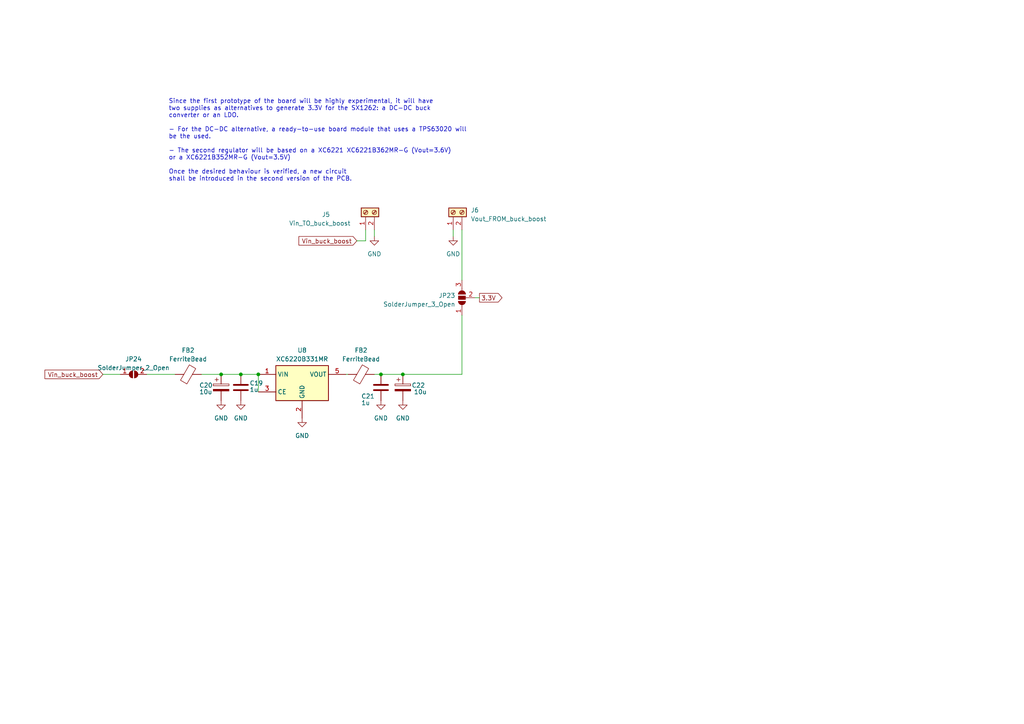
<source format=kicad_sch>
(kicad_sch (version 20230121) (generator eeschema)
  (paper "A4")
  (title_block (title "[DC-DC] Buck-boost converter for the main load") (comment 1 "has been found. It is for this reason that it's been decided to use a TPS63020") (comment 2 "As of Feb, 2024; no buck-boost converter that features a start-up voltage less than 1.8V ") (comment 3 "output of the load switch.") (comment 4 "This part of the board contains the buck-boost converter that will be connected at the"))
  (lib_symbols
    (symbol "Connector:Screw_Terminal_01x02" (pin_names (offset 1.016) hide)
      (property "Reference" "J" (at 0 2.54 0))
      (property "Value" "Screw_Terminal_01x02" (at 0 -5.08 0))
      (symbol "Screw_Terminal_01x02_1_1"
        (rectangle (start -1.27 1.27) (end 1.27 -3.81) (stroke (width 0.254)) (fill (type background)))
        (circle (center 0 -2.54) (radius 0.635) (stroke (width 0.1524)))
        (polyline (pts (xy -0.5334 -2.2098) (xy 0.3302 -3.048)) (stroke (width 0.1524)))
        (polyline (pts (xy -0.5334 0.3302) (xy 0.3302 -0.508)) (stroke (width 0.1524)))
        (polyline (pts (xy -0.3556 -2.032) (xy 0.508 -2.8702)) (stroke (width 0.1524)))
        (polyline (pts (xy -0.3556 0.508) (xy 0.508 -0.3302)) (stroke (width 0.1524)))
        (circle (center 0 0) (radius 0.635) (stroke (width 0.1524)))
        (pin passive line (at -5.08 0 0) (length 3.81) (name "Pin_1") (number "1"))
        (pin passive line (at -5.08 -2.54 0) (length 3.81) (name "Pin_2") (number "2"))
      )
    )
    (symbol "Device:C" (pin_numbers hide) (pin_names (offset 0.254))
      (property "Reference" "C" (at 0.635 2.54 0))
      (property "Value" "C" (at 0.635 -2.54 0))
      (symbol "C_0_1"
        (polyline (pts (xy -2.032 -0.762) (xy 2.032 -0.762)) (stroke (width 0.508)))
        (polyline (pts (xy -2.032 0.762) (xy 2.032 0.762)) (stroke (width 0.508)))
      )
      (symbol "C_1_1"
        (pin passive line (at 0 3.81 270) (length 2.794) (name "~") (number "1"))
        (pin passive line (at 0 -3.81 90) (length 2.794) (name "~") (number "2"))
      )
    )
    (symbol "Device:C_Polarized" (pin_numbers hide) (pin_names (offset 0.254))
      (property "Reference" "C" (at 0.635 2.54 0))
      (property "Value" "C_Polarized" (at 0.635 -2.54 0))
      (symbol "C_Polarized_0_1"
        (rectangle (start -2.286 0.508) (end 2.286 1.016))
        (polyline (pts (xy -1.778 2.286) (xy -0.762 2.286)))
        (polyline (pts (xy -1.27 2.794) (xy -1.27 1.778)))
        (rectangle (start 2.286 -0.508) (end -2.286 -1.016) (fill (type outline)))
      )
      (symbol "C_Polarized_1_1"
        (pin passive line (at 0 3.81 270) (length 2.794) (name "~") (number "1"))
        (pin passive line (at 0 -3.81 90) (length 2.794) (name "~") (number "2"))
      )
    )
    (symbol "Device:FerriteBead" (pin_numbers hide) (pin_names (offset 0))
      (property "Reference" "FB" (at -3.81 0.635 90))
      (property "Value" "FerriteBead" (at 3.81 0 90))
      (symbol "FerriteBead_0_1"
        (polyline (pts (xy 0 -1.27) (xy 0 -1.2192)))
        (polyline (pts (xy 0 1.27) (xy 0 1.2954)))
        (polyline (pts (xy -2.7686 0.4064) (xy -1.7018 2.2606) (xy 2.7686 -0.3048) (xy 1.6764 -2.159) (xy -2.7686 0.4064)))
      )
      (symbol "FerriteBead_1_1"
        (pin passive line (at 0 3.81 270) (length 2.54) (name "~") (number "1"))
        (pin passive line (at 0 -3.81 90) (length 2.54) (name "~") (number "2"))
      )
    )
    (symbol "Jumper:SolderJumper_2_Open" (pin_names (offset 0) hide)
      (property "Reference" "JP" (at 0 2.032 0))
      (property "Value" "SolderJumper_2_Open" (at 0 -2.54 0))
      (symbol "SolderJumper_2_Open_0_1"
        (arc (start -0.254 1.016) (mid -1.2656 0) (end -0.254 -1.016))
        (arc (start -0.254 1.016) (mid -1.2656 0) (end -0.254 -1.016) (fill (type outline)))
        (polyline (pts (xy -0.254 1.016) (xy -0.254 -1.016)))
        (polyline (pts (xy 0.254 1.016) (xy 0.254 -1.016)))
        (arc (start 0.254 -1.016) (mid 1.2656 0) (end 0.254 1.016))
        (arc (start 0.254 -1.016) (mid 1.2656 0) (end 0.254 1.016) (fill (type outline)))
      )
      (symbol "SolderJumper_2_Open_1_1"
        (pin passive line (at -3.81 0 0) (length 2.54) (name "A") (number "1"))
        (pin passive line (at 3.81 0 180) (length 2.54) (name "B") (number "2"))
      )
    )
    (symbol "Jumper:SolderJumper_3_Open" (pin_names (offset 0) hide)
      (property "Reference" "JP" (at -2.54 -2.54 0))
      (property "Value" "SolderJumper_3_Open" (at 0 2.794 0))
      (symbol "SolderJumper_3_Open_0_1"
        (arc (start -1.016 1.016) (mid -2.0276 0) (end -1.016 -1.016))
        (arc (start -1.016 1.016) (mid -2.0276 0) (end -1.016 -1.016) (fill (type outline)))
        (rectangle (start -0.508 1.016) (end 0.508 -1.016) (fill (type outline)))
        (polyline (pts (xy -2.54 0) (xy -2.032 0)))
        (polyline (pts (xy -1.016 1.016) (xy -1.016 -1.016)))
        (polyline (pts (xy 0 -1.27) (xy 0 -1.016)))
        (polyline (pts (xy 1.016 1.016) (xy 1.016 -1.016)))
        (polyline (pts (xy 2.54 0) (xy 2.032 0)))
        (arc (start 1.016 -1.016) (mid 2.0276 0) (end 1.016 1.016))
        (arc (start 1.016 -1.016) (mid 2.0276 0) (end 1.016 1.016) (fill (type outline)))
      )
      (symbol "SolderJumper_3_Open_1_1"
        (pin passive line (at -5.08 0 0) (length 2.54) (name "A") (number "1"))
        (pin passive line (at 0 -3.81 90) (length 2.54) (name "C") (number "2"))
        (pin passive line (at 5.08 0 180) (length 2.54) (name "B") (number "3"))
      )
    )
    (symbol "Regulator_Linear:XC6220B331MR"
      (property "Reference" "U" (at 0 8.89 0))
      (property "Value" "XC6220B331MR" (at 0 6.35 0))
      (symbol "XC6220B331MR_0_1"
        (rectangle (start -7.62 5.08) (end 7.62 -5.08) (stroke (width 0.254)) (fill (type background)))
      )
      (symbol "XC6220B331MR_1_1"
        (pin power_in line (at -12.7 2.54 0) (length 5.08) (name "VIN") (number "1"))
        (pin power_in line (at 0 -10.16 90) (length 5.08) (name "GND") (number "2"))
        (pin input line (at -12.7 -2.54 0) (length 5.08) (name "CE") (number "3"))
        (pin no_connect line (at 7.62 -2.54 180) (length 5.08) hide (name "NC") (number "4"))
        (pin power_out line (at 12.7 2.54 180) (length 5.08) (name "VOUT") (number "5"))
      )
    )
    (symbol "power:GND" (power) (pin_names (offset 0))
      (property "Value" "GND" (at 0 -3.81 0))
      (symbol "GND_0_1"
        (polyline (pts (xy 0 0) (xy 0 -1.27) (xy 1.27 -1.27) (xy 0 -2.54) (xy -1.27 -1.27) (xy 0 -1.27)))
      )
      (symbol "GND_1_1"
        (pin power_in line (at 0 0 270) (length 0) hide (name "GND") (number "1"))
      )
    )
  )
  (junction (at 110.49 108.585))
  (junction (at 116.84 108.585))
  (junction (at 64.135 108.585))
  (junction (at 69.85 108.585))
  (junction (at 74.93 108.585))
  (wire (pts (xy 106.045 69.85) (xy 106.045 66.675)))
  (wire (pts (xy 100.33 108.585) (xy 100.965 108.585)))
  (wire (pts (xy 69.85 108.585) (xy 74.93 108.585)))
  (wire (pts (xy 133.985 66.675) (xy 133.985 81.28)))
  (wire (pts (xy 133.985 91.44) (xy 133.985 108.585)))
  (wire (pts (xy 103.505 69.85) (xy 106.045 69.85)))
  (wire (pts (xy 137.795 86.36) (xy 139.065 86.36)))
  (wire (pts (xy 131.445 66.675) (xy 131.445 68.58)))
  (wire (pts (xy 108.585 108.585) (xy 110.49 108.585)))
  (wire (pts (xy 42.545 108.585) (xy 50.8 108.585)))
  (wire (pts (xy 64.135 108.585) (xy 69.85 108.585)))
  (wire (pts (xy 116.84 108.585) (xy 133.985 108.585)))
  (wire (pts (xy 29.845 108.585) (xy 34.925 108.585)))
  (wire (pts (xy 58.42 108.585) (xy 64.135 108.585)))
  (wire (pts (xy 74.93 108.585) (xy 74.93 113.665)))
  (wire (pts (xy 110.49 108.585) (xy 116.84 108.585)))
  (wire (pts (xy 108.585 66.675) (xy 108.585 68.58)))
  (text "Since the first prototype of the board will be highly experimental, it will have \ntwo supplies as alternatives to generate 3.3V for the SX1262: a DC-DC buck \nconverter or an LDO.\n\n- For the DC-DC alternative, a ready-to-use board module that uses a TPS63020 will\nbe the used.\n\n- The second regulator will be based on a XC6221 XC6221B362MR-G (Vout=3.6V) \nor a XC6221B352MR-G (Vout=3.5V)\n\nOnce the desired behaviour is verified, a new circuit \nshall be introduced in the second version of the PCB." (at 48.895 52.705 0) (effects (font (size 1.27 1.27)) (justify left bottom)))
  (global_label "3.3V" (shape output) (at 139.065 86.36 0) (property "Intersheetrefs" "${INTERSHEET_REFS}" (effects hide)))
  (global_label "Vin_buck_boost" (shape input) (at 103.505 69.85 180) (property "Intersheetrefs" "${INTERSHEET_REFS}" (effects hide)))
  (global_label "Vin_buck_boost" (shape input) (at 29.845 108.585 180) (property "Intersheetrefs" "${INTERSHEET_REFS}" (effects hide)))
  (symbol (lib_id "Device:FerriteBead") (at 104.775 108.585 90) (unit 1)
    (property "Reference" "FB2" (at 104.7242 101.6 90))
    (property "Value" "FerriteBead" (at 104.7242 104.14 90))
    (instances (project "suntastic" (path "" (reference "FB2") (unit 1)) (path "" (reference "FB5") (unit 1))))
  )
  (symbol (lib_id "Device:C_Polarized") (at 64.135 112.395 0) (unit 1)
    (property "Reference" "C20" (at 57.785 111.76 0) (effects (justify left)))
    (property "Value" "10u" (at 57.785 113.665 0) (effects (justify left)))
  )
  (symbol (lib_id "Connector:Screw_Terminal_01x02") (at 131.445 61.595 90) (unit 1)
    (property "Reference" "J6" (at 136.525 60.96 90) (effects (justify right)))
    (property "Value" "Vout_FROM_buck_boost" (at 136.525 63.5 90) (effects (justify right)))
  )
  (symbol (lib_id "Device:C_Polarized") (at 116.84 112.395 0) (unit 1)
    (property "Reference" "C22" (at 119.38 111.76 0) (effects (justify left)))
    (property "Value" "10u" (at 120.015 113.665 0) (effects (justify left)))
  )
  (symbol (lib_id "power:GND") (at 108.585 68.58 0) (unit 1)
    (property "Reference" "#PWR033" (effects hide))
    (property "Value" "GND" (at 108.585 73.66 0))
  )
  (symbol (lib_id "Device:C") (at 69.85 112.395 0) (unit 1)
    (property "Reference" "C19" (at 72.39 111.125 0) (effects (justify left)))
    (property "Value" "1u" (at 72.39 113.03 0) (effects (justify left)))
  )
  (symbol (lib_id "power:GND") (at 110.49 116.205 0) (unit 1)
    (property "Reference" "#PWR044" (effects hide))
    (property "Value" "GND" (at 110.49 121.285 0))
  )
  (symbol (lib_id "power:GND") (at 116.84 116.205 0) (unit 1)
    (property "Reference" "#PWR045" (effects hide))
    (property "Value" "GND" (at 116.84 121.285 0))
  )
  (symbol (lib_id "power:GND") (at 64.135 116.205 0) (unit 1)
    (property "Reference" "#PWR041" (effects hide))
    (property "Value" "GND" (at 64.135 121.285 0))
  )
  (symbol (lib_id "power:GND") (at 131.445 68.58 0) (unit 1)
    (property "Reference" "#PWR034" (effects hide))
    (property "Value" "GND" (at 131.445 73.66 0))
  )
  (symbol (lib_id "Jumper:SolderJumper_2_Open") (at 38.735 108.585 0) (unit 1)
    (property "Reference" "JP24" (at 38.735 104.14 0))
    (property "Value" "SolderJumper_2_Open" (at 38.735 106.68 0))
  )
  (symbol (lib_id "Jumper:SolderJumper_3_Open") (at 133.985 86.36 90) (unit 1)
    (property "Reference" "JP23" (at 132.08 85.725 90) (effects (justify left)))
    (property "Value" "SolderJumper_3_Open" (at 132.08 88.265 90) (effects (justify left)))
  )
  (symbol (lib_id "Connector:Screw_Terminal_01x02") (at 106.045 61.595 90) (unit 1)
    (property "Reference" "J5" (at 93.345 62.23 90) (effects (justify right)))
    (property "Value" "Vin_TO_buck_boost" (at 83.82 64.77 90) (effects (justify right)))
  )
  (symbol (lib_id "Device:FerriteBead") (at 54.61 108.585 90) (unit 1)
    (property "Reference" "FB2" (at 54.5592 101.6 90))
    (property "Value" "FerriteBead" (at 54.5592 104.14 90))
    (instances (project "suntastic" (path "" (reference "FB2") (unit 1)) (path "" (reference "FB4") (unit 1))))
  )
  (symbol (lib_id "power:GND") (at 69.85 116.205 0) (unit 1)
    (property "Reference" "#PWR042" (effects hide))
    (property "Value" "GND" (at 69.85 121.285 0))
  )
  (symbol (lib_id "Regulator_Linear:XC6220B331MR") (at 87.63 111.125 0) (unit 1)
    (property "Reference" "U8" (at 87.63 101.6 0))
    (property "Value" "XC6220B331MR" (at 87.63 104.14 0))
    (property "Footprint" "Package_TO_SOT_SMD:SOT-23-5_HandSoldering" (effects hide))
    (property "Datasheet" "https://www.torexsemi.com/file/xc6220/XC6220.pdf" (effects hide))
  )
  (symbol (lib_id "power:GND") (at 87.63 121.285 0) (unit 1)
    (property "Reference" "#PWR043" (effects hide))
    (property "Value" "GND" (at 87.63 126.365 0))
  )
  (symbol (lib_id "Device:C") (at 110.49 112.395 0) (unit 1)
    (property "Reference" "C21" (at 104.775 114.935 0) (effects (justify left)))
    (property "Value" "1u" (at 104.775 116.84 0) (effects (justify left)))
  )
)
</source>
